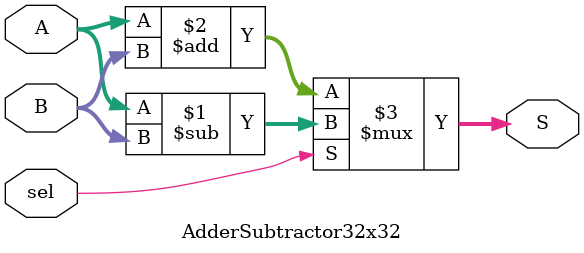
<source format=v>
`timescale 1ns / 1ns
module AdderSubtractor32x32 (
	input  [31:0] A    , // input  [2's complement 32 bits]
	input  [31:0] B    , // input  [2's complement 32 bits]
	input         sel  , // input  [add:sel=0 || sub:sel=1] 
	output [31:0] S      // output [2's complement 32 bits]
);
	// if sel = 0 then add else subtract
	assign S = (sel) ? A - B : A + B;
	
endmodule

</source>
